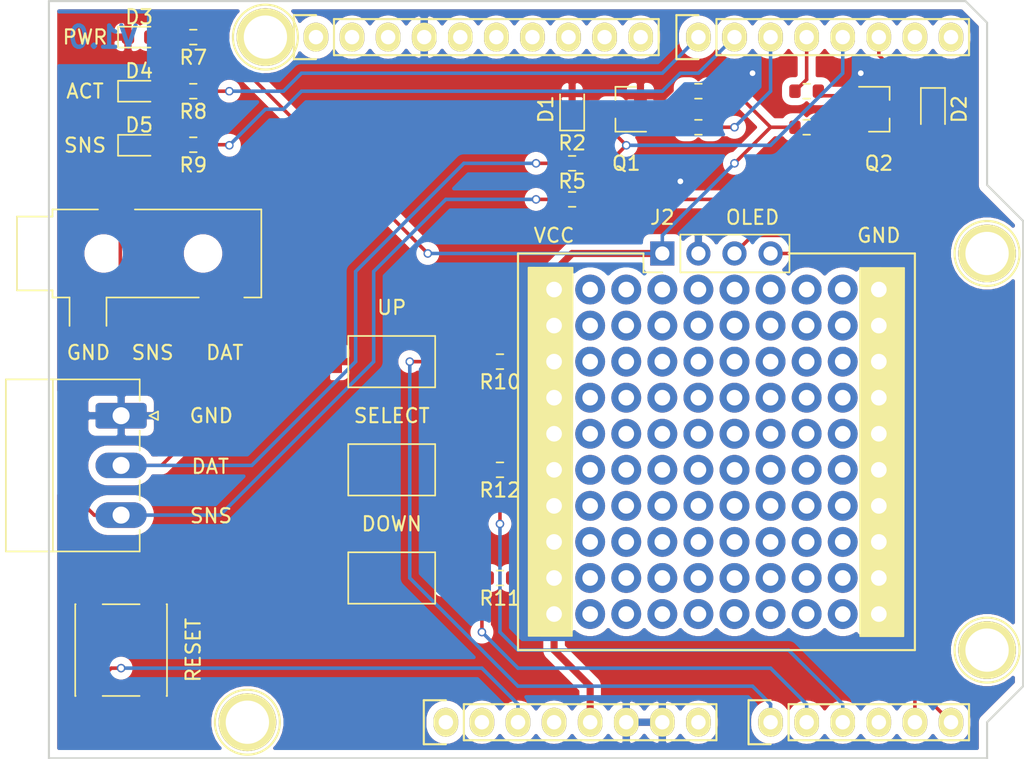
<source format=kicad_pcb>
(kicad_pcb (version 20171130) (host pcbnew "(5.1.10)-1")
  (title_block (title KFDShield) (date 2021-10-27) (rev 1.0) (comment 1 "Designed by Nat Moore (jelimoore)") (comment 2 "Based upon the work of Daniel Dugger (duggerd)"))
  (layers (0 F.Cu signal) (31 B.Cu signal) (34 B.Paste user) (35 F.Paste user) (36 B.SilkS user) (37 F.SilkS user hide) (38 B.Mask user) (39 F.Mask user) (44 Edge.Cuts user))
  (net 0 "")
  (net 1 /IOREF)
  (net 2 /Reset)
  (net 3 +5V)
  (net 4 GND)
  (net 5 /Vin)
  (net 6 /A0)
  (net 7 /A1)
  (net 8 /A2)
  (net 9 /A3)
  (net 10 /AREF)
  (net 11 "/A4(SDA)")
  (net 12 "/A5(SCL)")
  (net 13 "/9(**)")
  (net 14 /8)
  (net 15 /7)
  (net 16 "/6(**)")
  (net 17 "/5(**)")
  (net 18 /4)
  (net 19 "/3(**)")
  (net 20 /2)
  (net 21 "/1(Tx)")
  (net 22 "/0(Rx)")
  (net 23 "Net-(P5-Pad1)")
  (net 24 "Net-(P6-Pad1)")
  (net 25 "Net-(P7-Pad1)")
  (net 26 "Net-(P8-Pad1)")
  (net 27 "/13(SCK)")
  (net 28 "/10(**/SS)")
  (net 29 "Net-(P1-Pad1)")
  (net 30 +3V3)
  (net 31 "/12(MISO)")
  (net 32 "/11(**/MOSI)")
  (net 33 "Net-(Q1-Pad1)")
  (net 34 "Net-(Q2-Pad1)")
  (net 35 /KFD_DATA)
  (net 36 /KFD_SENSE)
  (net 37 "Net-(P3-Pad1)")
  (net 38 "Net-(P3-Pad2)")
  (net 39 "Net-(D3-Pad2)")
  (net 40 "Net-(D4-Pad2)")
  (net 41 "Net-(D5-Pad2)")
  (module Connector_Wire:SolderWire-0.5sqmm_1x01_D0.9mm_OD2.1mm (layer F.Cu) (at 166.878 111.125)
    (fp_text reference " " hide)
    (fp_text value SolderWire-0.5sqmm_1x01_D0.9mm_OD2.1mm)
    (pad 1 thru_hole circle (at 0 0) (size 2.1 2.1) (drill 1.1) (layers *.Cu *.Mask))
  )
  (module Connector_Wire:SolderWire-0.5sqmm_1x01_D0.9mm_OD2.1mm (layer F.Cu) (at 166.878 98.425)
    (fp_text reference " " hide)
    (fp_text value SolderWire-0.5sqmm_1x01_D0.9mm_OD2.1mm)
    (pad 1 thru_hole circle (at 0 0) (size 2.1 2.1) (drill 1.1) (layers *.Cu *.Mask))
  )
  (module Connector_Wire:SolderWire-0.5sqmm_1x01_D0.9mm_OD2.1mm (layer F.Cu) (at 166.878 108.585)
    (fp_text reference " " hide)
    (fp_text value SolderWire-0.5sqmm_1x01_D0.9mm_OD2.1mm)
    (pad 1 thru_hole circle (at 0 0) (size 2.1 2.1) (drill 1.1) (layers *.Cu *.Mask))
  )
  (module Connector_Wire:SolderWire-0.5sqmm_1x01_D0.9mm_OD2.1mm (layer F.Cu) (at 166.878 113.665)
    (fp_text reference " " hide)
    (fp_text value SolderWire-0.5sqmm_1x01_D0.9mm_OD2.1mm)
    (pad 1 thru_hole circle (at 0 0) (size 2.1 2.1) (drill 1.1) (layers *.Cu *.Mask))
  )
  (module Connector_Wire:SolderWire-0.5sqmm_1x01_D0.9mm_OD2.1mm (layer F.Cu) (at 166.878 116.205)
    (fp_text reference " " hide)
    (fp_text value SolderWire-0.5sqmm_1x01_D0.9mm_OD2.1mm)
    (pad 1 thru_hole circle (at 0 0) (size 2.1 2.1) (drill 1.1) (layers *.Cu *.Mask))
  )
  (module Connector_Wire:SolderWire-0.5sqmm_1x01_D0.9mm_OD2.1mm (layer F.Cu) (at 166.878 106.045)
    (fp_text reference " " hide)
    (fp_text value SolderWire-0.5sqmm_1x01_D0.9mm_OD2.1mm)
    (pad 1 thru_hole circle (at 0 0) (size 2.1 2.1) (drill 1.1) (layers *.Cu *.Mask))
  )
  (module Connector_Wire:SolderWire-0.5sqmm_1x01_D0.9mm_OD2.1mm (layer F.Cu) (at 166.878 103.505)
    (fp_text reference " " hide)
    (fp_text value SolderWire-0.5sqmm_1x01_D0.9mm_OD2.1mm)
    (pad 1 thru_hole circle (at 0 0) (size 2.1 2.1) (drill 1.1) (layers *.Cu *.Mask))
  )
  (module Connector_Wire:SolderWire-0.5sqmm_1x01_D0.9mm_OD2.1mm (layer F.Cu) (at 166.878 100.965)
    (fp_text reference " " hide)
    (fp_text value SolderWire-0.5sqmm_1x01_D0.9mm_OD2.1mm)
    (pad 1 thru_hole circle (at 0 0) (size 2.1 2.1) (drill 1.1) (layers *.Cu *.Mask))
  )
  (module Connector_Wire:SolderWire-0.5sqmm_1x01_D0.9mm_OD2.1mm (layer F.Cu) (at 166.878 95.885)
    (fp_text reference " " hide)
    (fp_text value SolderWire-0.5sqmm_1x01_D0.9mm_OD2.1mm)
    (pad 1 thru_hole circle (at 0 0) (size 2.1 2.1) (drill 1.1) (layers *.Cu *.Mask))
  )
  (module Connector_Wire:SolderWire-0.5sqmm_1x01_D0.9mm_OD2.1mm (layer F.Cu) (at 166.878 93.345)
    (fp_text reference " " hide)
    (fp_text value SolderWire-0.5sqmm_1x01_D0.9mm_OD2.1mm)
    (pad 1 thru_hole circle (at 0 0) (size 2.1 2.1) (drill 1.1) (layers *.Cu *.Mask))
  )
  (module Connector_Wire:SolderWire-0.5sqmm_1x01_D0.9mm_OD2.1mm (layer F.Cu) (at 164.338 111.125)
    (fp_text reference " " hide)
    (fp_text value SolderWire-0.5sqmm_1x01_D0.9mm_OD2.1mm)
    (pad 1 thru_hole circle (at 0 0) (size 2.1 2.1) (drill 1.1) (layers *.Cu *.Mask))
  )
  (module Connector_Wire:SolderWire-0.5sqmm_1x01_D0.9mm_OD2.1mm (layer F.Cu) (at 164.338 98.425)
    (fp_text reference " " hide)
    (fp_text value SolderWire-0.5sqmm_1x01_D0.9mm_OD2.1mm)
    (pad 1 thru_hole circle (at 0 0) (size 2.1 2.1) (drill 1.1) (layers *.Cu *.Mask))
  )
  (module Connector_Wire:SolderWire-0.5sqmm_1x01_D0.9mm_OD2.1mm (layer F.Cu) (at 164.338 108.585)
    (fp_text reference " " hide)
    (fp_text value SolderWire-0.5sqmm_1x01_D0.9mm_OD2.1mm)
    (pad 1 thru_hole circle (at 0 0) (size 2.1 2.1) (drill 1.1) (layers *.Cu *.Mask))
  )
  (module Connector_Wire:SolderWire-0.5sqmm_1x01_D0.9mm_OD2.1mm (layer F.Cu) (at 164.338 113.665)
    (fp_text reference " " hide)
    (fp_text value SolderWire-0.5sqmm_1x01_D0.9mm_OD2.1mm)
    (pad 1 thru_hole circle (at 0 0) (size 2.1 2.1) (drill 1.1) (layers *.Cu *.Mask))
  )
  (module Connector_Wire:SolderWire-0.5sqmm_1x01_D0.9mm_OD2.1mm (layer F.Cu) (at 164.338 116.205)
    (fp_text reference " " hide)
    (fp_text value SolderWire-0.5sqmm_1x01_D0.9mm_OD2.1mm)
    (pad 1 thru_hole circle (at 0 0) (size 2.1 2.1) (drill 1.1) (layers *.Cu *.Mask))
  )
  (module Connector_Wire:SolderWire-0.5sqmm_1x01_D0.9mm_OD2.1mm (layer F.Cu) (at 164.338 106.045)
    (fp_text reference " " hide)
    (fp_text value SolderWire-0.5sqmm_1x01_D0.9mm_OD2.1mm)
    (pad 1 thru_hole circle (at 0 0) (size 2.1 2.1) (drill 1.1) (layers *.Cu *.Mask))
  )
  (module Connector_Wire:SolderWire-0.5sqmm_1x01_D0.9mm_OD2.1mm (layer F.Cu) (at 164.338 103.505)
    (fp_text reference " " hide)
    (fp_text value SolderWire-0.5sqmm_1x01_D0.9mm_OD2.1mm)
    (pad 1 thru_hole circle (at 0 0) (size 2.1 2.1) (drill 1.1) (layers *.Cu *.Mask))
  )
  (module Connector_Wire:SolderWire-0.5sqmm_1x01_D0.9mm_OD2.1mm (layer F.Cu) (at 164.338 100.965)
    (fp_text reference " " hide)
    (fp_text value SolderWire-0.5sqmm_1x01_D0.9mm_OD2.1mm)
    (pad 1 thru_hole circle (at 0 0) (size 2.1 2.1) (drill 1.1) (layers *.Cu *.Mask))
  )
  (module Connector_Wire:SolderWire-0.5sqmm_1x01_D0.9mm_OD2.1mm (layer F.Cu) (at 164.338 95.885)
    (fp_text reference " " hide)
    (fp_text value SolderWire-0.5sqmm_1x01_D0.9mm_OD2.1mm)
    (pad 1 thru_hole circle (at 0 0) (size 2.1 2.1) (drill 1.1) (layers *.Cu *.Mask))
  )
  (module Connector_Wire:SolderWire-0.5sqmm_1x01_D0.9mm_OD2.1mm (layer F.Cu) (at 164.338 93.345)
    (fp_text reference " " hide)
    (fp_text value SolderWire-0.5sqmm_1x01_D0.9mm_OD2.1mm)
    (pad 1 thru_hole circle (at 0 0) (size 2.1 2.1) (drill 1.1) (layers *.Cu *.Mask))
  )
  (module Connector_Wire:SolderWire-0.5sqmm_1x01_D0.9mm_OD2.1mm (layer F.Cu) (at 161.798 111.125)
    (fp_text reference " " hide)
    (fp_text value SolderWire-0.5sqmm_1x01_D0.9mm_OD2.1mm)
    (pad 1 thru_hole circle (at 0 0) (size 2.1 2.1) (drill 1.1) (layers *.Cu *.Mask))
  )
  (module Connector_Wire:SolderWire-0.5sqmm_1x01_D0.9mm_OD2.1mm (layer F.Cu) (at 161.798 98.425)
    (fp_text reference " " hide)
    (fp_text value SolderWire-0.5sqmm_1x01_D0.9mm_OD2.1mm)
    (pad 1 thru_hole circle (at 0 0) (size 2.1 2.1) (drill 1.1) (layers *.Cu *.Mask))
  )
  (module Connector_Wire:SolderWire-0.5sqmm_1x01_D0.9mm_OD2.1mm (layer F.Cu) (at 161.798 108.585)
    (fp_text reference " " hide)
    (fp_text value SolderWire-0.5sqmm_1x01_D0.9mm_OD2.1mm)
    (pad 1 thru_hole circle (at 0 0) (size 2.1 2.1) (drill 1.1) (layers *.Cu *.Mask))
  )
  (module Connector_Wire:SolderWire-0.5sqmm_1x01_D0.9mm_OD2.1mm (layer F.Cu) (at 161.798 113.665)
    (fp_text reference " " hide)
    (fp_text value SolderWire-0.5sqmm_1x01_D0.9mm_OD2.1mm)
    (pad 1 thru_hole circle (at 0 0) (size 2.1 2.1) (drill 1.1) (layers *.Cu *.Mask))
  )
  (module Connector_Wire:SolderWire-0.5sqmm_1x01_D0.9mm_OD2.1mm (layer F.Cu) (at 161.798 116.205)
    (fp_text reference " " hide)
    (fp_text value SolderWire-0.5sqmm_1x01_D0.9mm_OD2.1mm)
    (pad 1 thru_hole circle (at 0 0) (size 2.1 2.1) (drill 1.1) (layers *.Cu *.Mask))
  )
  (module Connector_Wire:SolderWire-0.5sqmm_1x01_D0.9mm_OD2.1mm (layer F.Cu) (at 161.798 106.045)
    (fp_text reference " " hide)
    (fp_text value SolderWire-0.5sqmm_1x01_D0.9mm_OD2.1mm)
    (pad 1 thru_hole circle (at 0 0) (size 2.1 2.1) (drill 1.1) (layers *.Cu *.Mask))
  )
  (module Connector_Wire:SolderWire-0.5sqmm_1x01_D0.9mm_OD2.1mm (layer F.Cu) (at 161.798 103.505)
    (fp_text reference " " hide)
    (fp_text value SolderWire-0.5sqmm_1x01_D0.9mm_OD2.1mm)
    (pad 1 thru_hole circle (at 0 0) (size 2.1 2.1) (drill 1.1) (layers *.Cu *.Mask))
  )
  (module Connector_Wire:SolderWire-0.5sqmm_1x01_D0.9mm_OD2.1mm (layer F.Cu) (at 161.798 100.965)
    (fp_text reference " " hide)
    (fp_text value SolderWire-0.5sqmm_1x01_D0.9mm_OD2.1mm)
    (pad 1 thru_hole circle (at 0 0) (size 2.1 2.1) (drill 1.1) (layers *.Cu *.Mask))
  )
  (module Connector_Wire:SolderWire-0.5sqmm_1x01_D0.9mm_OD2.1mm (layer F.Cu) (at 161.798 95.885)
    (fp_text reference " " hide)
    (fp_text value SolderWire-0.5sqmm_1x01_D0.9mm_OD2.1mm)
    (pad 1 thru_hole circle (at 0 0) (size 2.1 2.1) (drill 1.1) (layers *.Cu *.Mask))
  )
  (module Connector_Wire:SolderWire-0.5sqmm_1x01_D0.9mm_OD2.1mm (layer F.Cu) (at 161.798 93.345)
    (fp_text reference " " hide)
    (fp_text value SolderWire-0.5sqmm_1x01_D0.9mm_OD2.1mm)
    (pad 1 thru_hole circle (at 0 0) (size 2.1 2.1) (drill 1.1) (layers *.Cu *.Mask))
  )
  (module Connector_Wire:SolderWire-0.5sqmm_1x01_D0.9mm_OD2.1mm (layer F.Cu) (at 159.258 111.125)
    (fp_text reference " " hide)
    (fp_text value SolderWire-0.5sqmm_1x01_D0.9mm_OD2.1mm)
    (pad 1 thru_hole circle (at 0 0) (size 2.1 2.1) (drill 1.1) (layers *.Cu *.Mask))
  )
  (module Connector_Wire:SolderWire-0.5sqmm_1x01_D0.9mm_OD2.1mm (layer F.Cu) (at 159.258 98.425)
    (fp_text reference " " hide)
    (fp_text value SolderWire-0.5sqmm_1x01_D0.9mm_OD2.1mm)
    (pad 1 thru_hole circle (at 0 0) (size 2.1 2.1) (drill 1.1) (layers *.Cu *.Mask))
  )
  (module Connector_Wire:SolderWire-0.5sqmm_1x01_D0.9mm_OD2.1mm (layer F.Cu) (at 159.258 108.585)
    (fp_text reference " " hide)
    (fp_text value SolderWire-0.5sqmm_1x01_D0.9mm_OD2.1mm)
    (pad 1 thru_hole circle (at 0 0) (size 2.1 2.1) (drill 1.1) (layers *.Cu *.Mask))
  )
  (module Connector_Wire:SolderWire-0.5sqmm_1x01_D0.9mm_OD2.1mm (layer F.Cu) (at 159.258 113.665)
    (fp_text reference " " hide)
    (fp_text value SolderWire-0.5sqmm_1x01_D0.9mm_OD2.1mm)
    (pad 1 thru_hole circle (at 0 0) (size 2.1 2.1) (drill 1.1) (layers *.Cu *.Mask))
  )
  (module Connector_Wire:SolderWire-0.5sqmm_1x01_D0.9mm_OD2.1mm (layer F.Cu) (at 159.258 116.205)
    (fp_text reference " " hide)
    (fp_text value SolderWire-0.5sqmm_1x01_D0.9mm_OD2.1mm)
    (pad 1 thru_hole circle (at 0 0) (size 2.1 2.1) (drill 1.1) (layers *.Cu *.Mask))
  )
  (module Connector_Wire:SolderWire-0.5sqmm_1x01_D0.9mm_OD2.1mm (layer F.Cu) (at 159.258 106.045)
    (fp_text reference " " hide)
    (fp_text value SolderWire-0.5sqmm_1x01_D0.9mm_OD2.1mm)
    (pad 1 thru_hole circle (at 0 0) (size 2.1 2.1) (drill 1.1) (layers *.Cu *.Mask))
  )
  (module Connector_Wire:SolderWire-0.5sqmm_1x01_D0.9mm_OD2.1mm (layer F.Cu) (at 159.258 103.505)
    (fp_text reference " " hide)
    (fp_text value SolderWire-0.5sqmm_1x01_D0.9mm_OD2.1mm)
    (pad 1 thru_hole circle (at 0 0) (size 2.1 2.1) (drill 1.1) (layers *.Cu *.Mask))
  )
  (module Connector_Wire:SolderWire-0.5sqmm_1x01_D0.9mm_OD2.1mm (layer F.Cu) (at 159.258 100.965)
    (fp_text reference " " hide)
    (fp_text value SolderWire-0.5sqmm_1x01_D0.9mm_OD2.1mm)
    (pad 1 thru_hole circle (at 0 0) (size 2.1 2.1) (drill 1.1) (layers *.Cu *.Mask))
  )
  (module Connector_Wire:SolderWire-0.5sqmm_1x01_D0.9mm_OD2.1mm (layer F.Cu) (at 159.258 95.885)
    (fp_text reference " " hide)
    (fp_text value SolderWire-0.5sqmm_1x01_D0.9mm_OD2.1mm)
    (pad 1 thru_hole circle (at 0 0) (size 2.1 2.1) (drill 1.1) (layers *.Cu *.Mask))
  )
  (module Connector_Wire:SolderWire-0.5sqmm_1x01_D0.9mm_OD2.1mm (layer F.Cu) (at 159.258 93.345)
    (fp_text reference " " hide)
    (fp_text value SolderWire-0.5sqmm_1x01_D0.9mm_OD2.1mm)
    (pad 1 thru_hole circle (at 0 0) (size 2.1 2.1) (drill 1.1) (layers *.Cu *.Mask))
  )
  (module Connector_Wire:SolderWire-0.5sqmm_1x01_D0.9mm_OD2.1mm (layer F.Cu) (at 156.718 111.125)
    (fp_text reference " " hide)
    (fp_text value SolderWire-0.5sqmm_1x01_D0.9mm_OD2.1mm)
    (pad 1 thru_hole circle (at 0 0) (size 2.1 2.1) (drill 1.1) (layers *.Cu *.Mask))
  )
  (module Connector_Wire:SolderWire-0.5sqmm_1x01_D0.9mm_OD2.1mm (layer F.Cu) (at 156.718 98.425)
    (fp_text reference " " hide)
    (fp_text value SolderWire-0.5sqmm_1x01_D0.9mm_OD2.1mm)
    (pad 1 thru_hole circle (at 0 0) (size 2.1 2.1) (drill 1.1) (layers *.Cu *.Mask))
  )
  (module Connector_Wire:SolderWire-0.5sqmm_1x01_D0.9mm_OD2.1mm (layer F.Cu) (at 156.718 108.585)
    (fp_text reference " " hide)
    (fp_text value SolderWire-0.5sqmm_1x01_D0.9mm_OD2.1mm)
    (pad 1 thru_hole circle (at 0 0) (size 2.1 2.1) (drill 1.1) (layers *.Cu *.Mask))
  )
  (module Connector_Wire:SolderWire-0.5sqmm_1x01_D0.9mm_OD2.1mm (layer F.Cu) (at 156.718 113.665)
    (fp_text reference " " hide)
    (fp_text value SolderWire-0.5sqmm_1x01_D0.9mm_OD2.1mm)
    (pad 1 thru_hole circle (at 0 0) (size 2.1 2.1) (drill 1.1) (layers *.Cu *.Mask))
  )
  (module Connector_Wire:SolderWire-0.5sqmm_1x01_D0.9mm_OD2.1mm (layer F.Cu) (at 156.718 116.205)
    (fp_text reference " " hide)
    (fp_text value SolderWire-0.5sqmm_1x01_D0.9mm_OD2.1mm)
    (pad 1 thru_hole circle (at 0 0) (size 2.1 2.1) (drill 1.1) (layers *.Cu *.Mask))
  )
  (module Connector_Wire:SolderWire-0.5sqmm_1x01_D0.9mm_OD2.1mm (layer F.Cu) (at 156.718 106.045)
    (fp_text reference " " hide)
    (fp_text value SolderWire-0.5sqmm_1x01_D0.9mm_OD2.1mm)
    (pad 1 thru_hole circle (at 0 0) (size 2.1 2.1) (drill 1.1) (layers *.Cu *.Mask))
  )
  (module Connector_Wire:SolderWire-0.5sqmm_1x01_D0.9mm_OD2.1mm (layer F.Cu) (at 156.718 103.505)
    (fp_text reference " " hide)
    (fp_text value SolderWire-0.5sqmm_1x01_D0.9mm_OD2.1mm)
    (pad 1 thru_hole circle (at 0 0) (size 2.1 2.1) (drill 1.1) (layers *.Cu *.Mask))
  )
  (module Connector_Wire:SolderWire-0.5sqmm_1x01_D0.9mm_OD2.1mm (layer F.Cu) (at 156.718 100.965)
    (fp_text reference " " hide)
    (fp_text value SolderWire-0.5sqmm_1x01_D0.9mm_OD2.1mm)
    (pad 1 thru_hole circle (at 0 0) (size 2.1 2.1) (drill 1.1) (layers *.Cu *.Mask))
  )
  (module Connector_Wire:SolderWire-0.5sqmm_1x01_D0.9mm_OD2.1mm (layer F.Cu) (at 156.718 95.885)
    (fp_text reference " " hide)
    (fp_text value SolderWire-0.5sqmm_1x01_D0.9mm_OD2.1mm)
    (pad 1 thru_hole circle (at 0 0) (size 2.1 2.1) (drill 1.1) (layers *.Cu *.Mask))
  )
  (module Connector_Wire:SolderWire-0.5sqmm_1x01_D0.9mm_OD2.1mm (layer F.Cu) (at 156.718 93.345)
    (fp_text reference " " hide)
    (fp_text value SolderWire-0.5sqmm_1x01_D0.9mm_OD2.1mm)
    (pad 1 thru_hole circle (at 0 0) (size 2.1 2.1) (drill 1.1) (layers *.Cu *.Mask))
  )
  (module Connector_Wire:SolderWire-0.5sqmm_1x01_D0.9mm_OD2.1mm (layer F.Cu) (at 154.178 111.125)
    (fp_text reference " " hide)
    (fp_text value SolderWire-0.5sqmm_1x01_D0.9mm_OD2.1mm)
    (pad 1 thru_hole circle (at 0 0) (size 2.1 2.1) (drill 1.1) (layers *.Cu *.Mask))
  )
  (module Connector_Wire:SolderWire-0.5sqmm_1x01_D0.9mm_OD2.1mm (layer F.Cu) (at 154.178 98.425)
    (fp_text reference " " hide)
    (fp_text value SolderWire-0.5sqmm_1x01_D0.9mm_OD2.1mm)
    (pad 1 thru_hole circle (at 0 0) (size 2.1 2.1) (drill 1.1) (layers *.Cu *.Mask))
  )
  (module Connector_Wire:SolderWire-0.5sqmm_1x01_D0.9mm_OD2.1mm (layer F.Cu) (at 154.178 108.585)
    (fp_text reference " " hide)
    (fp_text value SolderWire-0.5sqmm_1x01_D0.9mm_OD2.1mm)
    (pad 1 thru_hole circle (at 0 0) (size 2.1 2.1) (drill 1.1) (layers *.Cu *.Mask))
  )
  (module Connector_Wire:SolderWire-0.5sqmm_1x01_D0.9mm_OD2.1mm (layer F.Cu) (at 154.178 113.665)
    (fp_text reference " " hide)
    (fp_text value SolderWire-0.5sqmm_1x01_D0.9mm_OD2.1mm)
    (pad 1 thru_hole circle (at 0 0) (size 2.1 2.1) (drill 1.1) (layers *.Cu *.Mask))
  )
  (module Connector_Wire:SolderWire-0.5sqmm_1x01_D0.9mm_OD2.1mm (layer F.Cu) (at 154.178 116.205)
    (fp_text reference " " hide)
    (fp_text value SolderWire-0.5sqmm_1x01_D0.9mm_OD2.1mm)
    (pad 1 thru_hole circle (at 0 0) (size 2.1 2.1) (drill 1.1) (layers *.Cu *.Mask))
  )
  (module Connector_Wire:SolderWire-0.5sqmm_1x01_D0.9mm_OD2.1mm (layer F.Cu) (at 154.178 106.045)
    (fp_text reference " " hide)
    (fp_text value SolderWire-0.5sqmm_1x01_D0.9mm_OD2.1mm)
    (pad 1 thru_hole circle (at 0 0) (size 2.1 2.1) (drill 1.1) (layers *.Cu *.Mask))
  )
  (module Connector_Wire:SolderWire-0.5sqmm_1x01_D0.9mm_OD2.1mm (layer F.Cu) (at 154.178 103.505)
    (fp_text reference " " hide)
    (fp_text value SolderWire-0.5sqmm_1x01_D0.9mm_OD2.1mm)
    (pad 1 thru_hole circle (at 0 0) (size 2.1 2.1) (drill 1.1) (layers *.Cu *.Mask))
  )
  (module Connector_Wire:SolderWire-0.5sqmm_1x01_D0.9mm_OD2.1mm (layer F.Cu) (at 154.178 100.965)
    (fp_text reference " " hide)
    (fp_text value SolderWire-0.5sqmm_1x01_D0.9mm_OD2.1mm)
    (pad 1 thru_hole circle (at 0 0) (size 2.1 2.1) (drill 1.1) (layers *.Cu *.Mask))
  )
  (module Connector_Wire:SolderWire-0.5sqmm_1x01_D0.9mm_OD2.1mm (layer F.Cu) (at 154.178 95.885)
    (fp_text reference " " hide)
    (fp_text value SolderWire-0.5sqmm_1x01_D0.9mm_OD2.1mm)
    (pad 1 thru_hole circle (at 0 0) (size 2.1 2.1) (drill 1.1) (layers *.Cu *.Mask))
  )
  (module Connector_Wire:SolderWire-0.5sqmm_1x01_D0.9mm_OD2.1mm (layer F.Cu) (at 154.178 93.345)
    (fp_text reference " " hide)
    (fp_text value SolderWire-0.5sqmm_1x01_D0.9mm_OD2.1mm)
    (pad 1 thru_hole circle (at 0 0) (size 2.1 2.1) (drill 1.1) (layers *.Cu *.Mask))
  )
  (module Connector_Wire:SolderWire-0.5sqmm_1x01_D0.9mm_OD2.1mm (layer F.Cu) (at 151.638 111.125)
    (fp_text reference " " hide)
    (fp_text value SolderWire-0.5sqmm_1x01_D0.9mm_OD2.1mm)
    (pad 1 thru_hole circle (at 0 0) (size 2.1 2.1) (drill 1.1) (layers *.Cu *.Mask))
  )
  (module Connector_Wire:SolderWire-0.5sqmm_1x01_D0.9mm_OD2.1mm (layer F.Cu) (at 151.638 98.425)
    (fp_text reference " " hide)
    (fp_text value SolderWire-0.5sqmm_1x01_D0.9mm_OD2.1mm)
    (pad 1 thru_hole circle (at 0 0) (size 2.1 2.1) (drill 1.1) (layers *.Cu *.Mask))
  )
  (module Connector_Wire:SolderWire-0.5sqmm_1x01_D0.9mm_OD2.1mm (layer F.Cu) (at 151.638 108.585)
    (fp_text reference " " hide)
    (fp_text value SolderWire-0.5sqmm_1x01_D0.9mm_OD2.1mm)
    (pad 1 thru_hole circle (at 0 0) (size 2.1 2.1) (drill 1.1) (layers *.Cu *.Mask))
  )
  (module Connector_Wire:SolderWire-0.5sqmm_1x01_D0.9mm_OD2.1mm (layer F.Cu) (at 151.638 113.665)
    (fp_text reference " " hide)
    (fp_text value SolderWire-0.5sqmm_1x01_D0.9mm_OD2.1mm)
    (pad 1 thru_hole circle (at 0 0) (size 2.1 2.1) (drill 1.1) (layers *.Cu *.Mask))
  )
  (module Connector_Wire:SolderWire-0.5sqmm_1x01_D0.9mm_OD2.1mm (layer F.Cu) (at 151.638 116.205)
    (fp_text reference " " hide)
    (fp_text value SolderWire-0.5sqmm_1x01_D0.9mm_OD2.1mm)
    (pad 1 thru_hole circle (at 0 0) (size 2.1 2.1) (drill 1.1) (layers *.Cu *.Mask))
  )
  (module Connector_Wire:SolderWire-0.5sqmm_1x01_D0.9mm_OD2.1mm (layer F.Cu) (at 151.638 106.045)
    (fp_text reference " " hide)
    (fp_text value SolderWire-0.5sqmm_1x01_D0.9mm_OD2.1mm)
    (pad 1 thru_hole circle (at 0 0) (size 2.1 2.1) (drill 1.1) (layers *.Cu *.Mask))
  )
  (module Connector_Wire:SolderWire-0.5sqmm_1x01_D0.9mm_OD2.1mm (layer F.Cu) (at 151.638 103.505)
    (fp_text reference " " hide)
    (fp_text value SolderWire-0.5sqmm_1x01_D0.9mm_OD2.1mm)
    (pad 1 thru_hole circle (at 0 0) (size 2.1 2.1) (drill 1.1) (layers *.Cu *.Mask))
  )
  (module Connector_Wire:SolderWire-0.5sqmm_1x01_D0.9mm_OD2.1mm (layer F.Cu) (at 151.638 100.965)
    (fp_text reference " " hide)
    (fp_text value SolderWire-0.5sqmm_1x01_D0.9mm_OD2.1mm)
    (pad 1 thru_hole circle (at 0 0) (size 2.1 2.1) (drill 1.1) (layers *.Cu *.Mask))
  )
  (module Connector_Wire:SolderWire-0.5sqmm_1x01_D0.9mm_OD2.1mm (layer F.Cu) (at 151.638 95.885)
    (fp_text reference " " hide)
    (fp_text value SolderWire-0.5sqmm_1x01_D0.9mm_OD2.1mm)
    (pad 1 thru_hole circle (at 0 0) (size 2.1 2.1) (drill 1.1) (layers *.Cu *.Mask))
  )
  (module Connector_Wire:SolderWire-0.5sqmm_1x01_D0.9mm_OD2.1mm (layer F.Cu) (at 151.638 93.345)
    (fp_text reference " " hide)
    (fp_text value SolderWire-0.5sqmm_1x01_D0.9mm_OD2.1mm)
    (pad 1 thru_hole circle (at 0 0) (size 2.1 2.1) (drill 1.1) (layers *.Cu *.Mask))
  )
  (module Connector_Wire:SolderWire-0.5sqmm_1x01_D0.9mm_OD2.1mm (layer F.Cu) (at 149.098 116.205)
    (fp_text reference " " hide)
    (fp_text value SolderWire-0.5sqmm_1x01_D0.9mm_OD2.1mm)
    (pad 1 thru_hole circle (at 0 0) (size 2.1 2.1) (drill 1.1) (layers *.Cu *.Mask))
  )
  (module Connector_Wire:SolderWire-0.5sqmm_1x01_D0.9mm_OD2.1mm (layer F.Cu) (at 149.098 113.665)
    (fp_text reference " " hide)
    (fp_text value SolderWire-0.5sqmm_1x01_D0.9mm_OD2.1mm)
    (pad 1 thru_hole circle (at 0 0) (size 2.1 2.1) (drill 1.1) (layers *.Cu *.Mask))
  )
  (module Connector_Wire:SolderWire-0.5sqmm_1x01_D0.9mm_OD2.1mm (layer F.Cu) (at 149.098 111.125)
    (fp_text reference " " hide)
    (fp_text value SolderWire-0.5sqmm_1x01_D0.9mm_OD2.1mm)
    (pad 1 thru_hole circle (at 0 0) (size 2.1 2.1) (drill 1.1) (layers *.Cu *.Mask))
  )
  (module Connector_Wire:SolderWire-0.5sqmm_1x01_D0.9mm_OD2.1mm (layer F.Cu) (at 149.098 108.585)
    (fp_text reference " " hide)
    (fp_text value SolderWire-0.5sqmm_1x01_D0.9mm_OD2.1mm)
    (pad 1 thru_hole circle (at 0 0) (size 2.1 2.1) (drill 1.1) (layers *.Cu *.Mask))
  )
  (module Connector_Wire:SolderWire-0.5sqmm_1x01_D0.9mm_OD2.1mm (layer F.Cu) (at 149.098 106.045)
    (fp_text reference " " hide)
    (fp_text value SolderWire-0.5sqmm_1x01_D0.9mm_OD2.1mm)
    (pad 1 thru_hole circle (at 0 0) (size 2.1 2.1) (drill 1.1) (layers *.Cu *.Mask))
  )
  (module Connector_Wire:SolderWire-0.5sqmm_1x01_D0.9mm_OD2.1mm (layer F.Cu) (at 149.098 103.505)
    (fp_text reference " " hide)
    (fp_text value SolderWire-0.5sqmm_1x01_D0.9mm_OD2.1mm)
    (pad 1 thru_hole circle (at 0 0) (size 2.1 2.1) (drill 1.1) (layers *.Cu *.Mask))
  )
  (module Connector_Wire:SolderWire-0.5sqmm_1x01_D0.9mm_OD2.1mm (layer F.Cu) (at 149.098 100.965)
    (fp_text reference " " hide)
    (fp_text value SolderWire-0.5sqmm_1x01_D0.9mm_OD2.1mm)
    (pad 1 thru_hole circle (at 0 0) (size 2.1 2.1) (drill 1.1) (layers *.Cu *.Mask))
  )
  (module Connector_Wire:SolderWire-0.5sqmm_1x01_D0.9mm_OD2.1mm (layer F.Cu) (at 149.098 98.425)
    (fp_text reference " " hide)
    (fp_text value SolderWire-0.5sqmm_1x01_D0.9mm_OD2.1mm)
    (pad 1 thru_hole circle (at 0 0) (size 2.1 2.1) (drill 1.1) (layers *.Cu *.Mask))
  )
  (module Connector_Wire:SolderWire-0.5sqmm_1x01_D0.9mm_OD2.1mm (layer F.Cu) (at 149.098 95.885)
    (fp_text reference " " hide)
    (fp_text value SolderWire-0.5sqmm_1x01_D0.9mm_OD2.1mm)
    (pad 1 thru_hole circle (at 0 0) (size 2.1 2.1) (drill 1.1) (layers *.Cu *.Mask))
  )
  (module Connector_Wire:SolderWire-0.5sqmm_1x01_D0.9mm_OD2.1mm (layer F.Cu) (at 169.418 116.205)
    (fp_text reference " " hide)
    (fp_text value SolderWire-0.5sqmm_1x01_D0.9mm_OD2.1mm)
    (pad 1 thru_hole roundrect (at 0 0) (size 2.1 2.1) (drill 1.1) (layers *.Cu *.Mask) (net 4 GND))
  )
  (module Connector_Wire:SolderWire-0.5sqmm_1x01_D0.9mm_OD2.1mm (layer F.Cu) (at 169.418 113.665)
    (fp_text reference " " hide)
    (fp_text value SolderWire-0.5sqmm_1x01_D0.9mm_OD2.1mm)
    (pad 1 thru_hole roundrect (at 0 0) (size 2.1 2.1) (drill 1.1) (layers *.Cu *.Mask) (net 4 GND))
  )
  (module Connector_Wire:SolderWire-0.5sqmm_1x01_D0.9mm_OD2.1mm (layer F.Cu) (at 169.418 111.125)
    (fp_text reference " " hide)
    (fp_text value SolderWire-0.5sqmm_1x01_D0.9mm_OD2.1mm)
    (pad 1 thru_hole roundrect (at 0 0) (size 2.1 2.1) (drill 1.1) (layers *.Cu *.Mask) (net 4 GND))
  )
  (module Connector_Wire:SolderWire-0.5sqmm_1x01_D0.9mm_OD2.1mm (layer F.Cu) (at 169.418 108.585)
    (fp_text reference " " hide)
    (fp_text value SolderWire-0.5sqmm_1x01_D0.9mm_OD2.1mm)
    (pad 1 thru_hole roundrect (at 0 0) (size 2.1 2.1) (drill 1.1) (layers *.Cu *.Mask) (net 4 GND))
  )
  (module Connector_Wire:SolderWire-0.5sqmm_1x01_D0.9mm_OD2.1mm (layer F.Cu) (at 169.418 106.045)
    (fp_text reference " " hide)
    (fp_text value SolderWire-0.5sqmm_1x01_D0.9mm_OD2.1mm)
    (pad 1 thru_hole roundrect (at 0 0) (size 2.1 2.1) (drill 1.1) (layers *.Cu *.Mask) (net 4 GND))
  )
  (module Connector_Wire:SolderWire-0.5sqmm_1x01_D0.9mm_OD2.1mm (layer F.Cu) (at 169.418 103.505)
    (fp_text reference " " hide)
    (fp_text value SolderWire-0.5sqmm_1x01_D0.9mm_OD2.1mm)
    (pad 1 thru_hole roundrect (at 0 0) (size 2.1 2.1) (drill 1.1) (layers *.Cu *.Mask) (net 4 GND))
  )
  (module Connector_Wire:SolderWire-0.5sqmm_1x01_D0.9mm_OD2.1mm (layer F.Cu) (at 169.418 100.965)
    (fp_text reference " " hide)
    (fp_text value SolderWire-0.5sqmm_1x01_D0.9mm_OD2.1mm)
    (pad 1 thru_hole roundrect (at 0 0) (size 2.1 2.1) (drill 1.1) (layers *.Cu *.Mask) (net 4 GND))
  )
  (module Connector_Wire:SolderWire-0.5sqmm_1x01_D0.9mm_OD2.1mm (layer F.Cu) (at 169.418 98.425)
    (fp_text reference " " hide)
    (fp_text value SolderWire-0.5sqmm_1x01_D0.9mm_OD2.1mm)
    (pad 1 thru_hole roundrect (at 0 0) (size 2.1 2.1) (drill 1.1) (layers *.Cu *.Mask) (net 4 GND))
  )
  (module Connector_Wire:SolderWire-0.5sqmm_1x01_D0.9mm_OD2.1mm (layer F.Cu) (at 169.418 95.885)
    (fp_text reference " " hide)
    (fp_text value SolderWire-0.5sqmm_1x01_D0.9mm_OD2.1mm)
    (pad 1 thru_hole roundrect (at 0 0) (size 2.1 2.1) (drill 1.1) (layers *.Cu *.Mask) (net 4 GND))
  )
  (module Connector_Wire:SolderWire-0.5sqmm_1x01_D0.9mm_OD2.1mm (layer F.Cu) (at 146.558 116.205)
    (fp_text reference " " hide)
    (fp_text value SolderWire-0.5sqmm_1x01_D0.9mm_OD2.1mm)
    (pad 1 thru_hole roundrect (at 0 0) (size 2.1 2.1) (drill 1.1) (layers *.Cu *.Mask) (net 3 +5V))
  )
  (module Connector_Wire:SolderWire-0.5sqmm_1x01_D0.9mm_OD2.1mm (layer F.Cu) (at 146.558 113.665)
    (fp_text reference " " hide)
    (fp_text value SolderWire-0.5sqmm_1x01_D0.9mm_OD2.1mm)
    (pad 1 thru_hole roundrect (at 0 0) (size 2.1 2.1) (drill 1.1) (layers *.Cu *.Mask) (net 3 +5V))
  )
  (module Connector_Wire:SolderWire-0.5sqmm_1x01_D0.9mm_OD2.1mm (layer F.Cu) (at 146.558 111.125)
    (fp_text reference " " hide)
    (fp_text value SolderWire-0.5sqmm_1x01_D0.9mm_OD2.1mm)
    (pad 1 thru_hole roundrect (at 0 0) (size 2.1 2.1) (drill 1.1) (layers *.Cu *.Mask) (net 3 +5V))
  )
  (module Connector_Wire:SolderWire-0.5sqmm_1x01_D0.9mm_OD2.1mm (layer F.Cu) (at 146.558 108.585)
    (fp_text reference " " hide)
    (fp_text value SolderWire-0.5sqmm_1x01_D0.9mm_OD2.1mm)
    (pad 1 thru_hole roundrect (at 0 0) (size 2.1 2.1) (drill 1.1) (layers *.Cu *.Mask) (net 3 +5V))
  )
  (module Connector_Wire:SolderWire-0.5sqmm_1x01_D0.9mm_OD2.1mm (layer F.Cu) (at 146.558 106.045)
    (fp_text reference " " hide)
    (fp_text value SolderWire-0.5sqmm_1x01_D0.9mm_OD2.1mm)
    (pad 1 thru_hole roundrect (at 0 0) (size 2.1 2.1) (drill 1.1) (layers *.Cu *.Mask) (net 3 +5V))
  )
  (module Connector_Wire:SolderWire-0.5sqmm_1x01_D0.9mm_OD2.1mm (layer F.Cu) (at 146.558 103.505)
    (fp_text reference " " hide)
    (fp_text value SolderWire-0.5sqmm_1x01_D0.9mm_OD2.1mm)
    (pad 1 thru_hole roundrect (at 0 0) (size 2.1 2.1) (drill 1.1) (layers *.Cu *.Mask) (net 3 +5V))
  )
  (module Connector_Wire:SolderWire-0.5sqmm_1x01_D0.9mm_OD2.1mm (layer F.Cu) (at 146.558 100.965)
    (fp_text reference " " hide)
    (fp_text value SolderWire-0.5sqmm_1x01_D0.9mm_OD2.1mm)
    (pad 1 thru_hole roundrect (at 0 0) (size 2.1 2.1) (drill 1.1) (layers *.Cu *.Mask) (net 3 +5V))
  )
  (module Connector_Wire:SolderWire-0.5sqmm_1x01_D0.9mm_OD2.1mm (layer F.Cu) (at 146.558 98.425)
    (fp_text reference " " hide)
    (fp_text value SolderWire-0.5sqmm_1x01_D0.9mm_OD2.1mm)
    (pad 1 thru_hole roundrect (at 0 0) (size 2.1 2.1) (drill 1.1) (layers *.Cu *.Mask) (net 3 +5V))
  )
  (module Connector_Wire:SolderWire-0.5sqmm_1x01_D0.9mm_OD2.1mm (layer F.Cu) (at 146.558 95.885)
    (fp_text reference " " hide)
    (fp_text value SolderWire-0.5sqmm_1x01_D0.9mm_OD2.1mm)
    (pad 1 thru_hole roundrect (at 0 0) (size 2.1 2.1) (drill 1.1) (layers *.Cu *.Mask) (net 3 +5V))
  )
  (module Connector_Wire:SolderWire-0.5sqmm_1x01_D0.9mm_OD2.1mm (layer F.Cu) (at 169.418 93.345)
    (fp_text reference " " hide)
    (fp_text value SolderWire-0.5sqmm_1x01_D0.9mm_OD2.1mm)
    (pad 1 thru_hole roundrect (at 0 0) (size 2.1 2.1) (drill 1.1) (layers *.Cu *.Mask) (net 4 GND))
  )
  (module Connector_Wire:SolderWire-0.5sqmm_1x01_D0.9mm_OD2.1mm (layer F.Cu) (at 149.098 93.345)
    (fp_text reference " " hide)
    (fp_text value SolderWire-0.5sqmm_1x01_D0.9mm_OD2.1mm)
    (pad 1 thru_hole circle (at 0 0) (size 2.1 2.1) (drill 1.1) (layers *.Cu *.Mask))
  )
  (module Connector_PinHeader_2.54mm:PinHeader_1x04_P2.54mm_Vertical (layer F.Cu) (at 154.178 90.805 90)
    (fp_text reference J2 (at 2.54 0 180) (layer F.SilkS))
    (fp_text value OLED)
    (pad 4 thru_hole oval (at 0 7.62 90) (size 1.7 1.7) (drill 1) (layers *.Cu *.Mask) (net 11 "/A4(SDA)"))
    (pad 3 thru_hole oval (at 0 5.08 90) (size 1.7 1.7) (drill 1) (layers *.Cu *.Mask) (net 12 "/A5(SCL)"))
    (pad 2 thru_hole oval (at 0 2.54 90) (size 1.7 1.7) (drill 1) (layers *.Cu *.Mask) (net 4 GND))
    (pad 1 thru_hole rect (at 0 0 90) (size 1.7 1.7) (drill 1) (layers *.Cu *.Mask) (net 3 +5V))
  )
  (module Connector_Wire:SolderWire-0.5sqmm_1x01_D0.9mm_OD2.1mm (layer F.Cu) (at 146.558 93.345)
    (fp_text reference " " hide)
    (fp_text value SolderWire-0.5sqmm_1x01_D0.9mm_OD2.1mm)
    (pad 1 thru_hole roundrect (at 0 0) (size 2.1 2.1) (drill 1.1) (layers *.Cu *.Mask) (net 3 +5V))
  )
  (module Button_Switch_SMD:SW_SPST_FSMSM (layer F.Cu) (at 135.128 106.045)
    (fp_text reference SW4 hide)
    (fp_text value Enter)
    (pad 2 smd rect (at 4.59 0) (size 2.18 1.6) (layers F.Cu F.Paste F.Mask) (net 8 /A2))
    (pad 1 smd rect (at -4.59 0) (size 2.18 1.6) (layers F.Cu F.Paste F.Mask) (net 4 GND))
  )
  (module Button_Switch_SMD:SW_SPST_FSMSM (layer F.Cu) (at 135.128 113.665)
    (fp_text reference SW3 hide)
    (fp_text value Down)
    (pad 2 smd rect (at 4.59 0) (size 2.18 1.6) (layers F.Cu F.Paste F.Mask) (net 7 /A1))
    (pad 1 smd rect (at -4.59 0) (size 2.18 1.6) (layers F.Cu F.Paste F.Mask) (net 4 GND))
  )
  (module Button_Switch_SMD:SW_SPST_FSMSM (layer F.Cu) (at 135.128 98.425)
    (fp_text reference SW2 hide)
    (fp_text value Up)
    (pad 2 smd rect (at 4.59 0) (size 2.18 1.6) (layers F.Cu F.Paste F.Mask) (net 6 /A0))
    (pad 1 smd rect (at -4.59 0) (size 2.18 1.6) (layers F.Cu F.Paste F.Mask) (net 4 GND))
  )
  (module Resistor_SMD:R_0603_1608Metric (layer F.Cu) (at 142.748 106.045 180)
    (fp_text reference R12 (at 0 -1.43) (layer F.SilkS))
    (fp_text value 10K)
    (pad 2 smd roundrect (at 0.825 0 180) (size 0.8 0.95) (layers F.Cu F.Paste F.Mask) (net 8 /A2))
    (pad 1 smd roundrect (at -0.825 0 180) (size 0.8 0.95) (layers F.Cu F.Paste F.Mask) (net 3 +5V))
  )
  (module Resistor_SMD:R_0603_1608Metric (layer F.Cu) (at 142.748 113.665 180)
    (fp_text reference R11 (at 0 -1.43) (layer F.SilkS))
    (fp_text value 10K)
    (pad 2 smd roundrect (at 0.825 0 180) (size 0.8 0.95) (layers F.Cu F.Paste F.Mask) (net 7 /A1))
    (pad 1 smd roundrect (at -0.825 0 180) (size 0.8 0.95) (layers F.Cu F.Paste F.Mask) (net 3 +5V))
  )
  (module Resistor_SMD:R_0603_1608Metric (layer F.Cu) (at 142.748 98.425 180)
    (fp_text reference R10 (at 0 -1.43) (layer F.SilkS))
    (fp_text value 10K)
    (pad 2 smd roundrect (at 0.825 0 180) (size 0.8 0.95) (layers F.Cu F.Paste F.Mask) (net 6 /A0))
    (pad 1 smd roundrect (at -0.825 0 180) (size 0.8 0.95) (layers F.Cu F.Paste F.Mask) (net 3 +5V))
  )
  (module Connector_Audio:Jack_3.5mm_CUI_SJ-3523-SMT_Horizontal (layer F.Cu) (at 117.348 90.805 90)
    (fp_text reference J3 hide)
    (fp_text value MR_Jack)
    (pad "" np_thru_hole circle (at 0 4.5 90) (size 1.7 1.7) (drill 1.7) (layers *.Cu *.Mask))
    (pad "" np_thru_hole circle (at 0 -2.5 90) (size 1.7 1.7) (drill 1.7) (layers *.Cu *.Mask))
    (pad T smd rect (at -3.7 5.8 90) (size 2.8 2.8) (layers F.Cu F.Paste F.Mask) (net 35 /KFD_DATA))
    (pad S smd rect (at -3.7 -3.6 90) (size 2.8 2.2) (layers F.Cu F.Paste F.Mask) (net 4 GND))
    (pad R smd rect (at 3.7 -1.6 90) (size 2.8 2.2) (layers F.Cu F.Paste F.Mask) (net 36 /KFD_SENSE))
  )
  (module Diode_SMD:D_SOD-323F (layer F.Cu) (at 173.228 80.645 270)
    (fp_text reference D2 (at 0 -1.85 90) (layer F.SilkS))
    (fp_text value D_Zener)
    (pad 2 smd rect (at 1.1 0 270) (size 0.5 0.5) (layers F.Cu F.Paste F.Mask) (net 4 GND))
    (pad 1 smd rect (at -1.1 0 270) (size 0.5 0.5) (layers F.Cu F.Paste F.Mask) (net 20 /2))
  )
  (module Diode_SMD:D_SOD-323F (layer F.Cu) (at 147.828 80.645 90)
    (fp_text reference D1 (at 0 -1.85 90) (layer F.SilkS))
    (fp_text value D_Zener)
    (pad 2 smd rect (at 1.1 0 90) (size 0.5 0.5) (layers F.Cu F.Paste F.Mask) (net 4 GND))
    (pad 1 smd rect (at -1.1 0 90) (size 0.5 0.5) (layers F.Cu F.Paste F.Mask) (net 19 "/3(**)"))
  )
  (module Connector_Phoenix_MC:PhoenixContact_MC_1,5_3-G-3.5_1x03_P3.50mm_Horizontal (layer F.Cu) (at 116.078 102.235 270)
    (fp_text reference J1 hide)
    (fp_text value MR_Block)
    (pad 3 thru_hole oval (at 7 0 270) (size 1.8 3.6) (drill 1.2) (layers *.Cu *.Mask) (net 36 /KFD_SENSE))
    (pad 2 thru_hole oval (at 3.5 0 270) (size 1.8 3.6) (drill 1.2) (layers *.Cu *.Mask) (net 35 /KFD_DATA))
    (pad 1 thru_hole roundrect (at 0 0 270) (size 1.8 3.6) (drill 1.2) (layers *.Cu *.Mask) (roundrect_rratio 0.138889) (net 4 GND))
  )
  (module Button_Switch_SMD:SW_Push_1P1T_NO_6x6mm_H9.5mm (layer F.Cu) (at 116.078 118.745 270)
    (fp_text reference SW1 hide)
    (fp_text value SW_Push)
    (pad 2 smd rect (at 3.975 2.25 270) (size 1.55 1.3) (layers F.Cu F.Paste F.Mask) (net 2 /Reset))
    (pad 1 smd rect (at 3.975 -2.25 270) (size 1.55 1.3) (layers F.Cu F.Paste F.Mask) (net 4 GND))
    (pad 1 smd rect (at -3.975 -2.25 270) (size 1.55 1.3) (layers F.Cu F.Paste F.Mask) (net 4 GND))
    (pad 2 smd rect (at -3.975 2.25 270) (size 1.55 1.3) (layers F.Cu F.Paste F.Mask) (net 2 /Reset))
  )
  (module Resistor_SMD:R_0603_1608Metric (layer F.Cu) (at 121.158 83.145 180)
    (fp_text reference R9 (at 0 -1.43) (layer F.SilkS))
    (fp_text value 470)
    (pad 2 smd roundrect (at 0.825 0 180) (size 0.8 0.95) (layers F.Cu F.Paste F.Mask) (net 41 "Net-(D5-Pad2)"))
    (pad 1 smd roundrect (at -0.825 0 180) (size 0.8 0.95) (layers F.Cu F.Paste F.Mask) (net 16 "/6(**)"))
  )
  (module LED_SMD:LED_0603_1608Metric (layer F.Cu) (at 117.348 83.185)
    (fp_text reference D5 (at 0 -1.43) (layer F.SilkS))
    (fp_text value SNS)
    (pad 2 smd roundrect (at 0.7875 0) (size 0.875 0.95) (layers F.Cu F.Paste F.Mask) (net 41 "Net-(D5-Pad2)"))
    (pad 1 smd roundrect (at -0.7875 0) (size 0.875 0.95) (layers F.Cu F.Paste F.Mask) (net 4 GND))
  )
  (module LED_SMD:LED_0603_1608Metric (layer F.Cu) (at 117.348 79.375)
    (fp_text reference D4 (at 0 -1.43) (layer F.SilkS))
    (fp_text value ACT)
    (pad 2 smd roundrect (at 0.7875 0) (size 0.875 0.95) (layers F.Cu F.Paste F.Mask) (net 40 "Net-(D4-Pad2)"))
    (pad 1 smd roundrect (at -0.7875 0) (size 0.875 0.95) (layers F.Cu F.Paste F.Mask) (net 4 GND))
  )
  (module LED_SMD:LED_0603_1608Metric (layer F.Cu) (at 117.348 75.565)
    (fp_text reference D3 (at 0 -1.43) (layer F.SilkS))
    (fp_text value PWR)
    (pad 2 smd roundrect (at 0.7875 0) (size 0.875 0.95) (layers F.Cu F.Paste F.Mask) (net 39 "Net-(D3-Pad2)"))
    (pad 1 smd roundrect (at -0.7875 0) (size 0.875 0.95) (layers F.Cu F.Paste F.Mask) (net 4 GND))
  )
  (module Package_TO_SOT_SMD:SOT-23 (layer F.Cu) (at 169.418 80.645)
    (fp_text reference Q2 (at 0 3.81) (layer F.SilkS))
    (fp_text value MMBT3904LT1G)
    (pad 3 smd rect (at 1 0) (size 0.9 0.8) (layers F.Cu F.Paste F.Mask) (net 20 /2))
    (pad 2 smd rect (at -1 0.95) (size 0.9 0.8) (layers F.Cu F.Paste F.Mask) (net 4 GND))
    (pad 1 smd rect (at -1 -0.95) (size 0.9 0.8) (layers F.Cu F.Paste F.Mask) (net 34 "Net-(Q2-Pad1)"))
  )
  (module Package_TO_SOT_SMD:SOT-23 (layer F.Cu) (at 151.638 80.645 180)
    (fp_text reference Q1 (at 0 -3.81) (layer F.SilkS))
    (fp_text value MMBT3904LT1G)
    (pad 3 smd rect (at 1 0 180) (size 0.9 0.8) (layers F.Cu F.Paste F.Mask) (net 19 "/3(**)"))
    (pad 2 smd rect (at -1 0.95 180) (size 0.9 0.8) (layers F.Cu F.Paste F.Mask) (net 4 GND))
    (pad 1 smd rect (at -1 -0.95 180) (size 0.9 0.8) (layers F.Cu F.Paste F.Mask) (net 33 "Net-(Q1-Pad1)"))
  )
  (module Resistor_SMD:R_0603_1608Metric (layer F.Cu) (at 121.158 79.375 180)
    (fp_text reference R8 (at 0 -1.43) (layer F.SilkS))
    (fp_text value 470)
    (pad 2 smd roundrect (at 0.825 0 180) (size 0.8 0.95) (layers F.Cu F.Paste F.Mask) (net 40 "Net-(D4-Pad2)"))
    (pad 1 smd roundrect (at -0.825 0 180) (size 0.8 0.95) (layers F.Cu F.Paste F.Mask) (net 15 /7))
  )
  (module Resistor_SMD:R_0603_1608Metric (layer F.Cu) (at 121.158 75.565 180)
    (fp_text reference R7 (at 0 -1.43) (layer F.SilkS))
    (fp_text value 470)
    (pad 2 smd roundrect (at 0.825 0 180) (size 0.8 0.95) (layers F.Cu F.Paste F.Mask) (net 39 "Net-(D3-Pad2)"))
    (pad 1 smd roundrect (at -0.825 0 180) (size 0.8 0.95) (layers F.Cu F.Paste F.Mask) (net 3 +5V))
  )
  (module Resistor_SMD:R_0603_1608Metric (layer F.Cu) (at 164.338 79.375)
    (fp_text reference R6 hide)
    (fp_text value 1K)
    (pad 2 smd roundrect (at 0.825 0) (size 0.8 0.95) (layers F.Cu F.Paste F.Mask) (net 34 "Net-(Q2-Pad1)"))
    (pad 1 smd roundrect (at -0.825 0) (size 0.8 0.95) (layers F.Cu F.Paste F.Mask) (net 18 /4))
  )
  (module Resistor_SMD:R_0603_1608Metric (layer F.Cu) (at 147.828 86.995)
    (fp_text reference R5 (at 0 -1.27) (layer F.SilkS))
    (fp_text value 220)
    (pad 2 smd roundrect (at 0.825 0) (size 0.8 0.95) (layers F.Cu F.Paste F.Mask) (net 20 /2))
    (pad 1 smd roundrect (at -0.825 0) (size 0.8 0.95) (layers F.Cu F.Paste F.Mask) (net 36 /KFD_SENSE))
  )
  (module Resistor_SMD:R_0603_1608Metric (layer F.Cu) (at 164.338 81.915)
    (fp_text reference R4 hide)
    (fp_text value 10K)
    (pad 2 smd roundrect (at 0.825 0) (size 0.8 0.95) (layers F.Cu F.Paste F.Mask) (net 20 /2))
    (pad 1 smd roundrect (at -0.825 0) (size 0.8 0.95) (layers F.Cu F.Paste F.Mask) (net 3 +5V))
  )
  (module Resistor_SMD:R_0603_1608Metric (layer F.Cu) (at 156.718 81.915 180)
    (fp_text reference R3 hide)
    (fp_text value 1K)
    (pad 2 smd roundrect (at 0.825 0 180) (size 0.8 0.95) (layers F.Cu F.Paste F.Mask) (net 33 "Net-(Q1-Pad1)"))
    (pad 1 smd roundrect (at -0.825 0 180) (size 0.8 0.95) (layers F.Cu F.Paste F.Mask) (net 17 "/5(**)"))
  )
  (module Resistor_SMD:R_0603_1608Metric (layer F.Cu) (at 147.828 84.455)
    (fp_text reference R2 (at 0 -1.43) (layer F.SilkS))
    (fp_text value 220)
    (pad 2 smd roundrect (at 0.825 0) (size 0.8 0.95) (layers F.Cu F.Paste F.Mask) (net 19 "/3(**)"))
    (pad 1 smd roundrect (at -0.825 0) (size 0.8 0.95) (layers F.Cu F.Paste F.Mask) (net 35 /KFD_DATA))
  )
  (module Resistor_SMD:R_0603_1608Metric (layer F.Cu) (at 156.718 79.375 180)
    (fp_text reference R1 hide)
    (fp_text value 10K)
    (pad 2 smd roundrect (at 0.825 0 180) (size 0.8 0.95) (layers F.Cu F.Paste F.Mask) (net 19 "/3(**)"))
    (pad 1 smd roundrect (at -0.825 0 180) (size 0.8 0.95) (layers F.Cu F.Paste F.Mask) (net 3 +5V))
  )
  (module Socket_Arduino_Uno:Socket_Strip_Arduino_1x08 (layer F.Cu) (at 138.938 123.825)
    (fp_text reference P1 hide)
    (fp_text value Power)
    (pad 8 thru_hole oval (at 17.78 0) (size 1.7272 2.032) (drill 1.016) (layers *.Cu *.Mask F.SilkS) (net 5 /Vin))
    (pad 7 thru_hole oval (at 15.24 0) (size 1.7272 2.032) (drill 1.016) (layers *.Cu *.Mask F.SilkS) (net 4 GND))
    (pad 6 thru_hole oval (at 12.7 0) (size 1.7272 2.032) (drill 1.016) (layers *.Cu *.Mask F.SilkS) (net 4 GND))
    (pad 5 thru_hole oval (at 10.16 0) (size 1.7272 2.032) (drill 1.016) (layers *.Cu *.Mask F.SilkS) (net 3 +5V))
    (pad 4 thru_hole oval (at 7.62 0) (size 1.7272 2.032) (drill 1.016) (layers *.Cu *.Mask F.SilkS) (net 30 +3V3))
    (pad 3 thru_hole oval (at 5.08 0) (size 1.7272 2.032) (drill 1.016) (layers *.Cu *.Mask F.SilkS) (net 2 /Reset))
    (pad 2 thru_hole oval (at 2.54 0) (size 1.7272 2.032) (drill 1.016) (layers *.Cu *.Mask F.SilkS) (net 1 /IOREF))
    (pad 1 thru_hole oval (at 0 0) (size 1.7272 2.032) (drill 1.016) (layers *.Cu *.Mask F.SilkS) (net 29 "Net-(P1-Pad1)"))
  )
  (module Socket_Arduino_Uno:Socket_Strip_Arduino_1x06 (layer F.Cu) (at 161.798 123.825)
    (fp_text reference P2 hide)
    (fp_text value Analog)
    (pad 6 thru_hole oval (at 12.7 0) (size 1.7272 2.032) (drill 1.016) (layers *.Cu *.Mask F.SilkS) (net 12 "/A5(SCL)"))
    (pad 5 thru_hole oval (at 10.16 0) (size 1.7272 2.032) (drill 1.016) (layers *.Cu *.Mask F.SilkS) (net 11 "/A4(SDA)"))
    (pad 4 thru_hole oval (at 7.62 0) (size 1.7272 2.032) (drill 1.016) (layers *.Cu *.Mask F.SilkS) (net 9 /A3))
    (pad 3 thru_hole oval (at 5.08 0) (size 1.7272 2.032) (drill 1.016) (layers *.Cu *.Mask F.SilkS) (net 8 /A2))
    (pad 2 thru_hole oval (at 2.54 0) (size 1.7272 2.032) (drill 1.016) (layers *.Cu *.Mask F.SilkS) (net 7 /A1))
    (pad 1 thru_hole oval (at 0 0) (size 1.7272 2.032) (drill 1.016) (layers *.Cu *.Mask F.SilkS) (net 6 /A0))
  )
  (module Socket_Arduino_Uno:Socket_Strip_Arduino_1x10 (layer F.Cu) (at 129.794 75.565)
    (fp_text reference P3 hide)
    (fp_text value Digital)
    (pad 10 thru_hole oval (at 22.86 0) (size 1.7272 2.032) (drill 1.016) (layers *.Cu *.Mask F.SilkS) (net 14 /8))
    (pad 9 thru_hole oval (at 20.32 0) (size 1.7272 2.032) (drill 1.016) (layers *.Cu *.Mask F.SilkS) (net 13 "/9(**)"))
    (pad 8 thru_hole oval (at 17.78 0) (size 1.7272 2.032) (drill 1.016) (layers *.Cu *.Mask F.SilkS) (net 28 "/10(**/SS)"))
    (pad 7 thru_hole oval (at 15.24 0) (size 1.7272 2.032) (drill 1.016) (layers *.Cu *.Mask F.SilkS) (net 32 "/11(**/MOSI)"))
    (pad 6 thru_hole oval (at 12.7 0) (size 1.7272 2.032) (drill 1.016) (layers *.Cu *.Mask F.SilkS) (net 31 "/12(MISO)"))
    (pad 5 thru_hole oval (at 10.16 0) (size 1.7272 2.032) (drill 1.016) (layers *.Cu *.Mask F.SilkS) (net 27 "/13(SCK)"))
    (pad 4 thru_hole oval (at 7.62 0) (size 1.7272 2.032) (drill 1.016) (layers *.Cu *.Mask F.SilkS) (net 4 GND))
    (pad 3 thru_hole oval (at 5.08 0) (size 1.7272 2.032) (drill 1.016) (layers *.Cu *.Mask F.SilkS) (net 10 /AREF))
    (pad 2 thru_hole oval (at 2.54 0) (size 1.7272 2.032) (drill 1.016) (layers *.Cu *.Mask F.SilkS) (net 38 "Net-(P3-Pad2)"))
    (pad 1 thru_hole oval (at 0 0) (size 1.7272 2.032) (drill 1.016) (layers *.Cu *.Mask F.SilkS) (net 37 "Net-(P3-Pad1)"))
  )
  (module Socket_Arduino_Uno:Socket_Strip_Arduino_1x08 (layer F.Cu) (at 156.718 75.565)
    (fp_text reference P4 hide)
    (fp_text value Digital)
    (pad 8 thru_hole oval (at 17.78 0) (size 1.7272 2.032) (drill 1.016) (layers *.Cu *.Mask F.SilkS) (net 22 "/0(Rx)"))
    (pad 7 thru_hole oval (at 15.24 0) (size 1.7272 2.032) (drill 1.016) (layers *.Cu *.Mask F.SilkS) (net 21 "/1(Tx)"))
    (pad 6 thru_hole oval (at 12.7 0) (size 1.7272 2.032) (drill 1.016) (layers *.Cu *.Mask F.SilkS) (net 20 /2))
    (pad 5 thru_hole oval (at 10.16 0) (size 1.7272 2.032) (drill 1.016) (layers *.Cu *.Mask F.SilkS) (net 19 "/3(**)"))
    (pad 4 thru_hole oval (at 7.62 0) (size 1.7272 2.032) (drill 1.016) (layers *.Cu *.Mask F.SilkS) (net 18 /4))
    (pad 3 thru_hole oval (at 5.08 0) (size 1.7272 2.032) (drill 1.016) (layers *.Cu *.Mask F.SilkS) (net 17 "/5(**)"))
    (pad 2 thru_hole oval (at 2.54 0) (size 1.7272 2.032) (drill 1.016) (layers *.Cu *.Mask F.SilkS) (net 16 "/6(**)"))
    (pad 1 thru_hole oval (at 0 0) (size 1.7272 2.032) (drill 1.016) (layers *.Cu *.Mask F.SilkS) (net 15 /7))
  )
  (module Socket_Arduino_Uno:Arduino_1pin (layer F.Cu) (at 124.968 123.825)
    (fp_text reference P5 hide)
    (fp_text value CONN_01X01 hide)
    (pad 1 thru_hole circle (at 0 0) (size 4.064 4.064) (drill 3.048) (layers *.Cu *.Mask F.SilkS) (net 23 "Net-(P5-Pad1)"))
  )
  (module Socket_Arduino_Uno:Arduino_1pin (layer F.Cu) (at 177.038 118.745)
    (fp_text reference P6 hide)
    (fp_text value CONN_01X01 hide)
    (pad 1 thru_hole circle (at 0 0) (size 4.064 4.064) (drill 3.048) (layers *.Cu *.Mask F.SilkS) (net 24 "Net-(P6-Pad1)"))
  )
  (module Socket_Arduino_Uno:Arduino_1pin (layer F.Cu) (at 126.238 75.565)
    (fp_text reference P7 hide)
    (fp_text value CONN_01X01 hide)
    (pad 1 thru_hole circle (at 0 0) (size 4.064 4.064) (drill 3.048) (layers *.Cu *.Mask F.SilkS) (net 25 "Net-(P7-Pad1)"))
  )
  (module Socket_Arduino_Uno:Arduino_1pin (layer F.Cu) (at 177.038 90.805)
    (fp_text reference P8 hide)
    (fp_text value CONN_01X01 hide)
    (pad 1 thru_hole circle (at 0 0) (size 4.064 4.064) (drill 3.048) (layers *.Cu *.Mask F.SilkS) (net 26 "Net-(P8-Pad1)"))
  )
  (gr_text DOWN (at 135.128 109.855) (layer F.SilkS) (effects (font (size 1 1))))
  (gr_text SELECT (at 135.128 102.235) (layer F.SilkS) (effects (font (size 1 1))))
  (gr_text UP (at 135.128 94.615) (layer F.SilkS) (effects (font (size 1 1))))
  (gr_text VCC (at 146.558 89.535) (layer F.SilkS) (effects (font (size 1 1))))
  (gr_text GND (at 169.418 89.535) (layer F.SilkS) (effects (font (size 1 1))))
  (gr_poly (pts (xy 171.206905 91.819668) (xy 171.157252 117.774831) (xy 168.098867 117.771507) (xy 168.088162 91.82368) (xy 168.101792 91.816865) (xy 168.098656 91.816344)) (layer F.SilkS) (width 0.1))
  (gr_poly (pts (xy 147.869342 91.797418) (xy 147.819689 117.752581) (xy 144.761304 117.749257) (xy 144.750599 91.80143) (xy 144.764229 91.794615) (xy 144.761093 91.794094)) (layer F.SilkS) (width 0.1))
  (gr_line (start 144.018 90.805) (end 152.848 90.805) (layer F.SilkS) (width 0.15))
  (gr_line (start 171.958 90.805) (end 163.068 90.805) (layer F.SilkS) (width 0.15))
  (gr_line (start 171.958 118.745) (end 171.958 90.805) (layer F.SilkS) (width 0.15))
  (gr_line (start 144.018 118.745) (end 171.958 118.745) (layer F.SilkS) (width 0.15))
  (gr_line (start 144.018 90.805) (end 144.018 118.745) (layer F.SilkS) (width 0.15))
  (gr_text RESET (at 121.158 118.745 90) (layer F.SilkS) (effects (font (size 1 1))))
  (gr_text "GND  SNS   DAT" (at 118.464941 97.787607) (layer F.SilkS) (effects (font (size 1 1))))
  (gr_text DAT (at 122.352901 105.806348) (layer F.SilkS) (effects (font (size 1 1))))
  (gr_text SNS (at 122.407518 109.288196) (layer F.SilkS) (effects (font (size 1 1))))
  (gr_text GND (at 122.428 102.235) (layer F.SilkS) (effects (font (size 1 1))))
  (gr_text V1.0 (at 114.808 75.565) (layer B.Cu) (effects (font (size 1.5 1.5) (thickness 0.3)) (justify mirror)))
  (gr_text SNS (at 113.538 83.185) (layer F.SilkS) (effects (font (size 1 1))))
  (gr_text ACT (at 113.538 79.375) (layer F.SilkS) (effects (font (size 1 1))))
  (gr_text PWR (at 113.538 75.565) (layer F.SilkS) (effects (font (size 1 1))))
  (gr_text OLED (at 160.528 88.265) (layer F.SilkS) (effects (font (size 1 1))))
  (gr_line (start 177.038 74.549) (end 175.514 73.025) (angle 90) (layer Edge.Cuts) (width 0.15))
  (gr_line (start 177.038 85.979) (end 177.038 74.549) (angle 90) (layer Edge.Cuts) (width 0.15))
  (gr_line (start 179.578 88.519) (end 177.038 85.979) (angle 90) (layer Edge.Cuts) (width 0.15))
  (gr_line (start 179.578 121.285) (end 179.578 88.519) (angle 90) (layer Edge.Cuts) (width 0.15))
  (gr_line (start 177.038 123.825) (end 179.578 121.285) (angle 90) (layer Edge.Cuts) (width 0.15))
  (gr_line (start 177.038 126.365) (end 177.038 123.825) (angle 90) (layer Edge.Cuts) (width 0.15))
  (gr_line (start 110.998 126.365) (end 177.038 126.365) (angle 90) (layer Edge.Cuts) (width 0.15))
  (gr_line (start 110.998 73.025) (end 110.998 126.365) (angle 90) (layer Edge.Cuts) (width 0.15))
  (gr_line (start 175.514 73.025) (end 110.998 73.025) (angle 90) (layer Edge.Cuts) (width 0.15))
  (segment (start 113.828 122.72) (end 113.828 120.995) (width 0.25) (layer F.Cu) (net 2))
  (via (at 116.078 120.015) (size 0.6) (drill 0.4) (layers F.Cu B.Cu) (net 2))
  (segment (start 116.078 120.015) (end 115.388 120.015) (width 0.25) (layer F.Cu) (net 2))
  (segment (start 113.828 121.575) (end 113.828 114.77) (width 0.25) (layer F.Cu) (net 2))
  (segment (start 115.388 120.015) (end 113.828 121.575) (width 0.25) (layer F.Cu) (net 2))
  (segment (start 113.828 122.72) (end 113.828 121.575) (width 0.25) (layer F.Cu) (net 2))
  (segment (start 144.018 122.555) (end 144.018 123.825) (width 0.25) (layer B.Cu) (net 2))
  (segment (start 141.478 120.015) (end 144.018 122.555) (width 0.25) (layer B.Cu) (net 2))
  (segment (start 116.078 120.015) (end 141.478 120.015) (width 0.25) (layer B.Cu) (net 2))
  (segment (start 157.543 79.375) (end 159.258 79.375) (width 0.25) (layer F.Cu) (net 3))
  (segment (start 159.258 79.375) (end 161.798 81.915) (width 0.25) (layer F.Cu) (net 3))
  (segment (start 161.798 81.915) (end 163.513 81.915) (width 0.25) (layer F.Cu) (net 3))
  (via (at 159.258 84.455) (size 0.6) (drill 0.4) (layers F.Cu B.Cu) (net 3))
  (segment (start 159.258 84.455) (end 161.798 81.915) (width 0.25) (layer F.Cu) (net 3))
  (segment (start 143.573 98.425) (end 146.558 98.425) (width 0.25) (layer F.Cu) (net 3))
  (segment (start 154.178 90.805) (end 147.828 90.805) (width 0.5) (layer F.Cu) (net 3))
  (segment (start 147.828 90.805) (end 146.558 92.075) (width 0.5) (layer F.Cu) (net 3))
  (segment (start 146.558 92.075) (end 146.558 118.745) (width 0.5) (layer F.Cu) (net 3))
  (segment (start 146.558 118.745) (end 149.098 121.285) (width 0.5) (layer F.Cu) (net 3))
  (segment (start 149.098 121.285) (end 149.098 123.825) (width 0.5) (layer F.Cu) (net 3))
  (segment (start 121.983 75.565) (end 122.428 75.565) (width 0.25) (layer F.Cu) (net 3))
  (segment (start 122.428 75.565) (end 126.238 79.375) (width 0.25) (layer F.Cu) (net 3))
  (segment (start 159.258 84.455) (end 154.178 89.535) (width 0.25) (layer B.Cu) (net 3))
  (segment (start 154.178 89.535) (end 154.178 90.805) (width 0.25) (layer B.Cu) (net 3))
  (via (at 137.668 90.805) (size 0.6) (drill 0.4) (layers F.Cu B.Cu) (net 3))
  (segment (start 126.238 79.375) (end 137.668 90.805) (width 0.25) (layer F.Cu) (net 3))
  (segment (start 137.668 90.805) (end 154.178 90.805) (width 0.25) (layer B.Cu) (net 3))
  (segment (start 143.573 106.045) (end 146.558 106.045) (width 0.25) (layer F.Cu) (net 3))
  (segment (start 143.573 113.665) (end 146.558 113.665) (width 0.25) (layer F.Cu) (net 3))
  (segment (start 168.098 81.915) (end 168.418 81.595) (width 0.25) (layer F.Cu) (net 4))
  (via (at 155.448 85.725) (size 0.6) (drill 0.4) (layers F.Cu B.Cu) (net 4))
  (via (at 168.148 78.105) (size 0.6) (drill 0.4) (layers F.Cu B.Cu) (net 4))
  (via (at 160.528 78.105) (size 0.6) (drill 0.4) (layers F.Cu B.Cu) (net 4))
  (segment (start 139.718 98.425) (end 141.923 98.425) (width 0.25) (layer F.Cu) (net 6))
  (segment (start 161.798 123.825) (end 161.798 122.555) (width 0.25) (layer B.Cu) (net 6))
  (segment (start 161.798 122.555) (end 160.528 121.285) (width 0.25) (layer B.Cu) (net 6))
  (segment (start 160.528 121.285) (end 144.018 121.285) (width 0.25) (layer B.Cu) (net 6))
  (segment (start 144.018 121.285) (end 141.478 118.745) (width 0.25) (layer B.Cu) (net 6))
  (segment (start 141.478 118.745) (end 136.398 113.665) (width 0.25) (layer B.Cu) (net 6))
  (via (at 136.398 98.425) (size 0.6) (drill 0.4) (layers F.Cu B.Cu) (net 6))
  (segment (start 136.398 113.665) (end 136.398 98.425) (width 0.25) (layer B.Cu) (net 6))
  (segment (start 136.398 98.425) (end 139.718 98.425) (width 0.25) (layer F.Cu) (net 6))
  (segment (start 164.338 123.825) (end 164.338 122.555) (width 0.25) (layer B.Cu) (net 7))
  (segment (start 164.338 122.555) (end 161.798 120.015) (width 0.25) (layer B.Cu) (net 7))
  (segment (start 161.798 120.015) (end 144.018 120.015) (width 0.25) (layer B.Cu) (net 7))
  (via (at 141.478 117.475) (size 0.6) (drill 0.4) (layers F.Cu B.Cu) (net 7))
  (segment (start 144.018 120.015) (end 141.478 117.475) (width 0.25) (layer B.Cu) (net 7))
  (segment (start 141.478 117.475) (end 141.478 113.665) (width 0.25) (layer F.Cu) (net 7))
  (segment (start 141.478 113.665) (end 139.718 113.665) (width 0.25) (layer F.Cu) (net 7))
  (segment (start 166.878 123.825) (end 166.878 122.555) (width 0.25) (layer B.Cu) (net 8))
  (segment (start 163.068 118.745) (end 144.018 118.745) (width 0.25) (layer B.Cu) (net 8))
  (segment (start 166.878 122.555) (end 163.068 118.745) (width 0.25) (layer B.Cu) (net 8))
  (segment (start 144.018 118.745) (end 142.748 117.475) (width 0.25) (layer B.Cu) (net 8))
  (via (at 142.748 109.855) (size 0.6) (drill 0.4) (layers F.Cu B.Cu) (net 8))
  (segment (start 142.748 117.475) (end 142.748 109.855) (width 0.25) (layer B.Cu) (net 8))
  (segment (start 142.748 109.855) (end 142.748 108.585) (width 0.25) (layer F.Cu) (net 8))
  (segment (start 141.923 107.76) (end 141.923 106.045) (width 0.25) (layer F.Cu) (net 8))
  (segment (start 142.748 108.585) (end 141.923 107.76) (width 0.25) (layer F.Cu) (net 8))
  (segment (start 141.923 106.045) (end 139.718 106.045) (width 0.25) (layer F.Cu) (net 8))
  (segment (start 171.958 123.825) (end 171.958 92.075) (width 0.25) (layer F.Cu) (net 11))
  (segment (start 170.688 90.805) (end 161.798 90.805) (width 0.25) (layer F.Cu) (net 11))
  (segment (start 171.958 92.075) (end 170.688 90.805) (width 0.25) (layer F.Cu) (net 11))
  (segment (start 173.228 92.075) (end 173.228 122.555) (width 0.25) (layer F.Cu) (net 12))
  (segment (start 170.688 89.535) (end 173.228 92.075) (width 0.25) (layer F.Cu) (net 12))
  (segment (start 173.228 122.555) (end 174.498 123.825) (width 0.25) (layer F.Cu) (net 12))
  (segment (start 160.528 89.535) (end 170.688 89.535) (width 0.25) (layer F.Cu) (net 12))
  (segment (start 159.258 90.805) (end 160.528 89.535) (width 0.25) (layer F.Cu) (net 12))
  (via (at 123.698 79.375) (size 0.6) (drill 0.4) (layers F.Cu B.Cu) (net 15))
  (segment (start 121.983 79.375) (end 123.698 79.375) (width 0.25) (layer F.Cu) (net 15))
  (segment (start 123.698 79.375) (end 127.508 79.375) (width 0.25) (layer B.Cu) (net 15))
  (segment (start 127.508 79.375) (end 128.778 78.105) (width 0.25) (layer B.Cu) (net 15))
  (segment (start 154.178 78.105) (end 156.718 75.565) (width 0.25) (layer B.Cu) (net 15))
  (segment (start 128.778 78.105) (end 154.178 78.105) (width 0.25) (layer B.Cu) (net 15))
  (via (at 123.698 83.185) (size 0.6) (drill 0.4) (layers F.Cu B.Cu) (net 16))
  (segment (start 123.658 83.145) (end 123.698 83.185) (width 0.25) (layer F.Cu) (net 16))
  (segment (start 121.983 83.145) (end 123.658 83.145) (width 0.25) (layer F.Cu) (net 16))
  (segment (start 123.698 83.185) (end 126.238 80.645) (width 0.25) (layer B.Cu) (net 16))
  (segment (start 126.238 80.645) (end 127.508 80.645) (width 0.25) (layer B.Cu) (net 16))
  (segment (start 127.508 80.645) (end 128.778 79.375) (width 0.25) (layer B.Cu) (net 16))
  (segment (start 128.778 79.375) (end 154.178 79.375) (width 0.25) (layer B.Cu) (net 16))
  (segment (start 154.178 79.375) (end 155.448 78.105) (width 0.25) (layer B.Cu) (net 16))
  (segment (start 155.448 78.105) (end 156.718 78.105) (width 0.25) (layer B.Cu) (net 16))
  (segment (start 156.718 78.105) (end 159.258 75.565) (width 0.25) (layer B.Cu) (net 16))
  (segment (start 157.543 81.915) (end 159.258 81.915) (width 0.25) (layer F.Cu) (net 17))
  (segment (start 161.798 79.375) (end 161.798 75.565) (width 0.25) (layer B.Cu) (net 17))
  (segment (start 159.258 81.915) (end 161.798 79.375) (width 0.25) (layer B.Cu) (net 17))
  (via (at 159.258 81.915) (size 0.6) (drill 0.4) (layers F.Cu B.Cu) (net 17))
  (segment (start 164.338 78.55) (end 163.513 79.375) (width 0.25) (layer F.Cu) (net 18))
  (segment (start 164.338 75.565) (end 164.338 78.55) (width 0.25) (layer F.Cu) (net 18))
  (segment (start 166.878 75.565) (end 166.878 78.105) (width 0.25) (layer B.Cu) (net 19))
  (segment (start 154.623 80.645) (end 155.893 79.375) (width 0.25) (layer F.Cu) (net 19))
  (segment (start 150.638 80.645) (end 154.623 80.645) (width 0.25) (layer F.Cu) (net 19))
  (segment (start 166.878 78.105) (end 161.798 83.185) (width 0.25) (layer B.Cu) (net 19))
  (segment (start 161.798 83.185) (end 151.638 83.185) (width 0.25) (layer B.Cu) (net 19))
  (segment (start 151.638 83.185) (end 151.638 83.185) (width 0.25) (layer B.Cu) (net 19))
  (via (at 151.638 83.185) (size 0.6) (drill 0.4) (layers F.Cu B.Cu) (net 19))
  (segment (start 150.368 84.455) (end 151.638 83.185) (width 0.25) (layer F.Cu) (net 19))
  (segment (start 148.653 84.455) (end 150.368 84.455) (width 0.25) (layer F.Cu) (net 19))
  (segment (start 150.638 82.185) (end 151.638 83.185) (width 0.25) (layer F.Cu) (net 19))
  (segment (start 150.638 80.645) (end 150.638 82.185) (width 0.25) (layer F.Cu) (net 19))
  (segment (start 147.828 81.745) (end 147.998 81.745) (width 0.25) (layer F.Cu) (net 19))
  (segment (start 149.098 80.645) (end 150.638 80.645) (width 0.25) (layer F.Cu) (net 19))
  (segment (start 147.998 81.745) (end 149.098 80.645) (width 0.25) (layer F.Cu) (net 19))
  (segment (start 169.418 75.565) (end 169.418 76.835) (width 0.25) (layer F.Cu) (net 20))
  (segment (start 169.418 76.835) (end 170.688 78.105) (width 0.25) (layer F.Cu) (net 20))
  (segment (start 170.688 80.375) (end 170.418 80.645) (width 0.25) (layer F.Cu) (net 20))
  (segment (start 170.688 78.105) (end 170.688 80.375) (width 0.25) (layer F.Cu) (net 20))
  (segment (start 164.338 83.185) (end 160.528 86.995) (width 0.25) (layer F.Cu) (net 20))
  (segment (start 169.418 83.185) (end 164.338 83.185) (width 0.25) (layer F.Cu) (net 20))
  (segment (start 170.418 82.185) (end 169.418 83.185) (width 0.25) (layer F.Cu) (net 20))
  (segment (start 170.418 80.645) (end 170.418 82.185) (width 0.25) (layer F.Cu) (net 20))
  (segment (start 165.163 82.36) (end 164.338 83.185) (width 0.25) (layer F.Cu) (net 20))
  (segment (start 165.163 81.915) (end 165.163 82.36) (width 0.25) (layer F.Cu) (net 20))
  (segment (start 160.528 86.995) (end 148.653 86.995) (width 0.25) (layer F.Cu) (net 20))
  (segment (start 170.418 80.645) (end 170.688 80.645) (width 0.25) (layer F.Cu) (net 20))
  (segment (start 171.788 79.545) (end 173.228 79.545) (width 0.25) (layer F.Cu) (net 20))
  (segment (start 170.688 80.645) (end 171.788 79.545) (width 0.25) (layer F.Cu) (net 20))
  (segment (start 155.573 81.595) (end 155.893 81.915) (width 0.25) (layer F.Cu) (net 33))
  (segment (start 152.638 81.595) (end 155.573 81.595) (width 0.25) (layer F.Cu) (net 33))
  (segment (start 168.098 79.375) (end 168.418 79.695) (width 0.25) (layer F.Cu) (net 34))
  (segment (start 165.483 79.695) (end 165.163 79.375) (width 0.25) (layer F.Cu) (net 34))
  (segment (start 168.418 79.695) (end 165.483 79.695) (width 0.25) (layer F.Cu) (net 34))
  (segment (start 116.078 105.735) (end 118.928 105.735) (width 0.25) (layer F.Cu) (net 35))
  (segment (start 123.148 101.515) (end 123.148 94.505) (width 0.25) (layer F.Cu) (net 35))
  (segment (start 118.928 105.735) (end 123.148 101.515) (width 0.25) (layer F.Cu) (net 35))
  (via (at 145.288 84.455) (size 0.6) (drill 0.4) (layers F.Cu B.Cu) (net 35))
  (segment (start 147.003 84.455) (end 145.288 84.455) (width 0.25) (layer F.Cu) (net 35))
  (segment (start 116.388 106.045) (end 116.078 105.735) (width 0.25) (layer B.Cu) (net 35))
  (segment (start 145.288 84.455) (end 140.208 84.455) (width 0.25) (layer B.Cu) (net 35))
  (segment (start 140.208 84.455) (end 132.588 92.075) (width 0.25) (layer B.Cu) (net 35))
  (segment (start 132.588 92.075) (end 132.588 98.425) (width 0.25) (layer B.Cu) (net 35))
  (segment (start 125.278 105.735) (end 116.078 105.735) (width 0.25) (layer B.Cu) (net 35))
  (segment (start 132.588 98.425) (end 125.278 105.735) (width 0.25) (layer B.Cu) (net 35))
  (segment (start 116.023001 87.380001) (end 116.023001 97.209999) (width 0.25) (layer F.Cu) (net 36))
  (segment (start 115.748 87.105) (end 116.023001 87.380001) (width 0.25) (layer F.Cu) (net 36))
  (segment (start 116.023001 97.209999) (end 112.268 100.965) (width 0.25) (layer F.Cu) (net 36))
  (segment (start 112.268 100.965) (end 112.268 107.315) (width 0.25) (layer F.Cu) (net 36))
  (segment (start 114.188 109.235) (end 116.078 109.235) (width 0.25) (layer F.Cu) (net 36))
  (segment (start 112.268 107.315) (end 114.188 109.235) (width 0.25) (layer F.Cu) (net 36))
  (via (at 145.288 86.995) (size 0.6) (drill 0.4) (layers F.Cu B.Cu) (net 36))
  (segment (start 147.003 86.995) (end 145.288 86.995) (width 0.25) (layer F.Cu) (net 36))
  (segment (start 116.728 108.585) (end 116.078 109.235) (width 0.25) (layer B.Cu) (net 36))
  (segment (start 145.288 86.995) (end 138.938 86.995) (width 0.25) (layer B.Cu) (net 36))
  (segment (start 138.938 86.995) (end 133.858 92.075) (width 0.25) (layer B.Cu) (net 36))
  (segment (start 133.858 92.075) (end 133.858 98.425) (width 0.25) (layer B.Cu) (net 36))
  (segment (start 123.048 109.235) (end 116.078 109.235) (width 0.25) (layer B.Cu) (net 36))
  (segment (start 133.858 98.425) (end 123.048 109.235) (width 0.25) (layer B.Cu) (net 36))
  (segment (start 118.1355 75.565) (end 120.333 75.565) (width 0.25) (layer F.Cu) (net 39))
  (segment (start 118.1355 79.375) (end 120.333 79.375) (width 0.25) (layer F.Cu) (net 40))
  (segment (start 120.493 83.185) (end 120.533 83.145) (width 0.25) (layer F.Cu) (net 41))
  (segment (start 118.1355 83.185) (end 120.493 83.185) (width 0.25) (layer F.Cu) (net 41))
  (zone (net 4) (net_name GND) (layer B.Cu) (connect_pads (clearance 0.508)) (min_thickness 0.254) (fill yes (arc_segments 32) (thermal_gap 0.508) (thermal_bridge_width 0.508))
    (polygon (pts (xy 177.038 74.295) (xy 177.038 85.725) (xy 179.578 88.265) (xy 179.578 121.285) (xy 177.038 123.825) (xy 177.038 126.365) (xy 110.998 126.365) (xy 110.998 73.025) (xy 175.768 73.025)))
  )
  (zone (net 4) (net_name GND) (layer F.Cu) (connect_pads (clearance 0.508)) (min_thickness 0.254) (fill yes (arc_segments 32) (thermal_gap 0.508) (thermal_bridge_width 0.508))
    (polygon (pts (xy 177.038 74.295) (xy 177.038 85.725) (xy 179.578 88.265) (xy 179.578 121.285) (xy 177.038 123.825) (xy 177.038 126.365) (xy 110.998 126.365) (xy 110.998 73.025) (xy 175.768 73.025)))
  )
)
</source>
